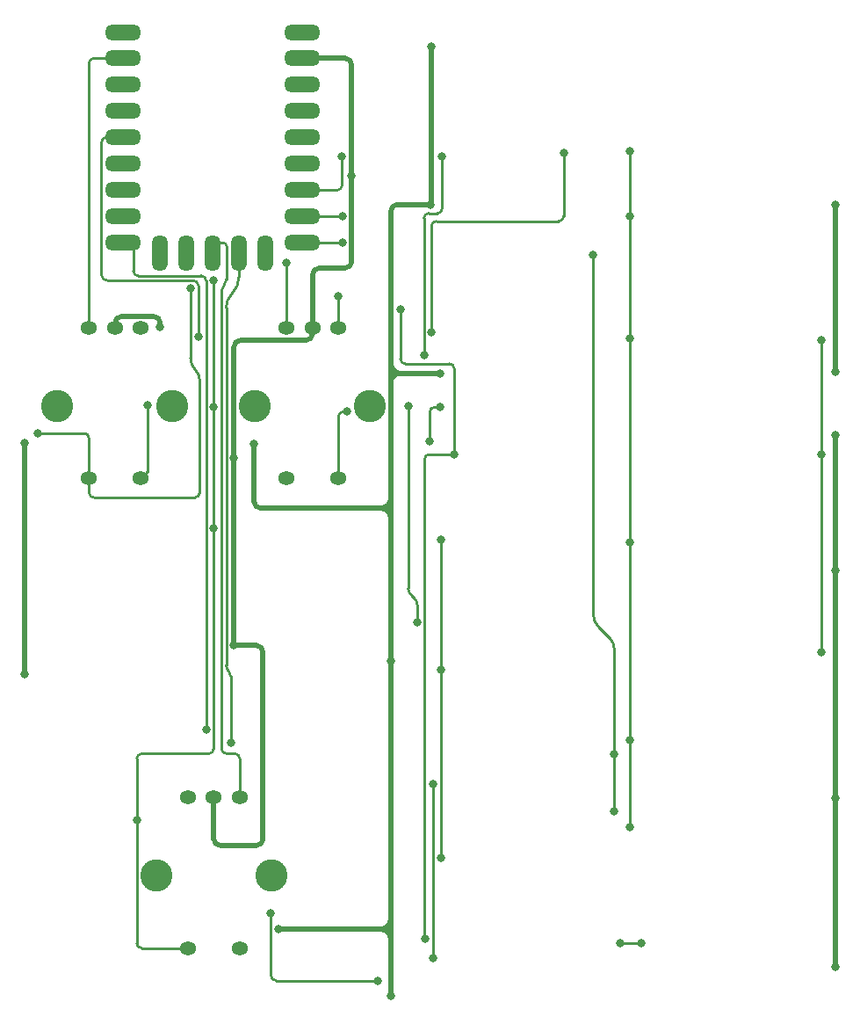
<source format=gbr>
G04 #@! TF.GenerationSoftware,KiCad,Pcbnew,7.0.9*
G04 #@! TF.CreationDate,2024-01-25T19:57:45+09:00*
G04 #@! TF.ProjectId,withTK,77697468-544b-42e6-9b69-6361645f7063,rev?*
G04 #@! TF.SameCoordinates,Original*
G04 #@! TF.FileFunction,Copper,L1,Top*
G04 #@! TF.FilePolarity,Positive*
%FSLAX46Y46*%
G04 Gerber Fmt 4.6, Leading zero omitted, Abs format (unit mm)*
G04 Created by KiCad (PCBNEW 7.0.9) date 2024-01-25 19:57:45*
%MOMM*%
%LPD*%
G01*
G04 APERTURE LIST*
G04 #@! TA.AperFunction,ComponentPad*
%ADD10O,1.600000X1.300000*%
G04 #@! TD*
G04 #@! TA.AperFunction,ComponentPad*
%ADD11C,3.100000*%
G04 #@! TD*
G04 #@! TA.AperFunction,ComponentPad*
%ADD12C,1.250000*%
G04 #@! TD*
G04 #@! TA.AperFunction,SMDPad,CuDef*
%ADD13O,3.500000X1.500000*%
G04 #@! TD*
G04 #@! TA.AperFunction,SMDPad,CuDef*
%ADD14O,1.500000X3.500000*%
G04 #@! TD*
G04 #@! TA.AperFunction,ViaPad*
%ADD15C,0.800000*%
G04 #@! TD*
G04 #@! TA.AperFunction,Conductor*
%ADD16C,0.500000*%
G04 #@! TD*
G04 #@! TA.AperFunction,Conductor*
%ADD17C,0.250000*%
G04 #@! TD*
G04 APERTURE END LIST*
D10*
X31627100Y-47314900D03*
X26627100Y-47314900D03*
X29127100Y-47314900D03*
D11*
X23577100Y-54814900D03*
X34677100Y-54814900D03*
D10*
X31627100Y-61814900D03*
X26627100Y-61814900D03*
X50677100Y-47314900D03*
X45677100Y-47314900D03*
X48177100Y-47314900D03*
D11*
X42627100Y-54814900D03*
X53727100Y-54814900D03*
D10*
X50677100Y-61814900D03*
X45677100Y-61814900D03*
X41152100Y-92558600D03*
X36152100Y-92558600D03*
X38652100Y-92558600D03*
D11*
X33102100Y-100058600D03*
X44202100Y-100058600D03*
D10*
X41152100Y-107058600D03*
X36152100Y-107058600D03*
D12*
X30902066Y-18839159D03*
D13*
X29902066Y-18839159D03*
D12*
X30902066Y-21359159D03*
D13*
X29902066Y-21359159D03*
D12*
X30902066Y-23899159D03*
D13*
X29902066Y-23899159D03*
D12*
X30902066Y-26429159D03*
D13*
X29902066Y-26429159D03*
D12*
X30902066Y-28979159D03*
D13*
X29902066Y-28979159D03*
D12*
X30902066Y-31519159D03*
D13*
X29902066Y-31519159D03*
D12*
X30902066Y-34059159D03*
D13*
X29902066Y-34059159D03*
D12*
X30902066Y-36599159D03*
D13*
X29902066Y-36599159D03*
D12*
X30902066Y-39139159D03*
D13*
X29902066Y-39139159D03*
D12*
X33442066Y-39139159D03*
D14*
X33442066Y-40139159D03*
D12*
X35992066Y-39139159D03*
D14*
X35992066Y-40139159D03*
D12*
X38522400Y-39139159D03*
D14*
X38522400Y-40139159D03*
D12*
X41072400Y-39139159D03*
D14*
X41072400Y-40139159D03*
D12*
X43602066Y-39139159D03*
D14*
X43602066Y-40139159D03*
D12*
X46142066Y-39123500D03*
D13*
X47142066Y-39123500D03*
D12*
X46142066Y-36599159D03*
D13*
X47142066Y-36599159D03*
D12*
X46142066Y-34059159D03*
D13*
X47142066Y-34059159D03*
D12*
X46142066Y-31519159D03*
D13*
X47142066Y-31519159D03*
D12*
X46142066Y-28979159D03*
D13*
X47142066Y-28979159D03*
D12*
X46142066Y-26429159D03*
D13*
X47142066Y-26429159D03*
D12*
X46142066Y-23899159D03*
D13*
X47142066Y-23899159D03*
D12*
X46142066Y-21359159D03*
D13*
X47142066Y-21359159D03*
D12*
X46142066Y-18839159D03*
D13*
X47142066Y-18839159D03*
D15*
X20422400Y-58423500D03*
X20422400Y-80679300D03*
X98545200Y-35435500D03*
X44890700Y-105223500D03*
X59575800Y-35433900D03*
X55714548Y-79373888D03*
X42537966Y-58457450D03*
X60505100Y-51724700D03*
X98545200Y-51579900D03*
X55722400Y-111623500D03*
X59579000Y-20219400D03*
X59641200Y-47708800D03*
X72372361Y-30456658D03*
X37148000Y-48153300D03*
X32252100Y-54766900D03*
X58246500Y-75639658D03*
X57397900Y-54823500D03*
X51528100Y-55395900D03*
X56634644Y-45529400D03*
X58987004Y-106134180D03*
X61818830Y-59508417D03*
X77260646Y-93876907D03*
X75226100Y-40279900D03*
X77259600Y-88357347D03*
X79813409Y-106594292D03*
X37906200Y-85989300D03*
X77788361Y-106594292D03*
X40576600Y-77909600D03*
X40599800Y-59846900D03*
X98545200Y-57674500D03*
X98545200Y-108833600D03*
X98545200Y-92585500D03*
X98545200Y-70723500D03*
X51944600Y-32656520D03*
X33497100Y-47230000D03*
X59471100Y-58221500D03*
X60508100Y-54958000D03*
X59821300Y-91283600D03*
X59821300Y-108035500D03*
X44166200Y-103746100D03*
X54474000Y-110186800D03*
X36387400Y-43492803D03*
X21649300Y-57471500D03*
X38630700Y-66647500D03*
X31235689Y-94749323D03*
X38630700Y-42768303D03*
X38630700Y-54896135D03*
X60570200Y-98329100D03*
X60570200Y-67723500D03*
X60581114Y-80226900D03*
X58914200Y-49953600D03*
X51006300Y-30776700D03*
X60666000Y-30776700D03*
X51095100Y-36594432D03*
X78740000Y-36599853D03*
X78740000Y-30339500D03*
X78722400Y-87023500D03*
X78744162Y-67987363D03*
X78722400Y-95423500D03*
X78740000Y-48323500D03*
X51095100Y-39131319D03*
X97215100Y-59523500D03*
X97222400Y-48523500D03*
X97215100Y-78528100D03*
X45677447Y-41066639D03*
X50677100Y-44232255D03*
X40274200Y-87271400D03*
D16*
X20411024Y-58450964D02*
X20411024Y-80651836D01*
X55722958Y-79373888D02*
X55727112Y-79369734D01*
X43168352Y-64678635D02*
X54707070Y-64678635D01*
X42537966Y-58457450D02*
X42537966Y-64048249D01*
X55727100Y-36062673D02*
X55727100Y-50577114D01*
X55727100Y-63703097D02*
X55727100Y-52536092D01*
X60505100Y-51724700D02*
X56738339Y-51724700D01*
X55727100Y-50577114D02*
X55727100Y-52536092D01*
X55727100Y-65698665D02*
X55727100Y-63703097D01*
X59579000Y-20219400D02*
X59579000Y-35433900D01*
X55714548Y-106201694D02*
X55714548Y-111615648D01*
X59575800Y-35433900D02*
X56355873Y-35433900D01*
X44890700Y-105223500D02*
X44913300Y-105246100D01*
X55727102Y-50713475D02*
X55727100Y-50577114D01*
X98545200Y-51579900D02*
X98545200Y-35435500D01*
X44913300Y-105246100D02*
X54758954Y-105246100D01*
X55714548Y-104223500D02*
X55714548Y-106201694D01*
X55727100Y-79361336D02*
X55727100Y-65698665D01*
X55714548Y-79373888D02*
X55722958Y-79373888D01*
X55714548Y-79373888D02*
X55714548Y-104223500D01*
X59579000Y-35433900D02*
X59575800Y-35433900D01*
X20411010Y-80651836D02*
G75*
G03*
X20422401Y-80679299I38890J36D01*
G01*
X55714600Y-106201694D02*
G75*
G03*
X54758954Y-105246100I-955600J-6D01*
G01*
X54691948Y-105246148D02*
G75*
G03*
X55714548Y-104223500I-48J1022648D01*
G01*
X55727100Y-50713475D02*
G75*
G03*
X56738339Y-51724700I1011200J-25D01*
G01*
X56538492Y-51724700D02*
G75*
G03*
X55727100Y-52536092I8J-811400D01*
G01*
X55727094Y-79361334D02*
G75*
G03*
X55727113Y-79369734I15406J-4166D01*
G01*
X54751562Y-64678600D02*
G75*
G03*
X55727100Y-63703097I38J975500D01*
G01*
X55727165Y-65698665D02*
G75*
G03*
X54707070Y-64678635I-1020065J-35D01*
G01*
X55714500Y-111615648D02*
G75*
G03*
X55722400Y-111623500I7900J48D01*
G01*
X56355873Y-35433900D02*
G75*
G03*
X55727100Y-36062673I27J-628800D01*
G01*
X42537965Y-64048249D02*
G75*
G03*
X43168352Y-64678635I630435J49D01*
G01*
X20422411Y-58423511D02*
G75*
G03*
X20411024Y-58450964I27489J-27489D01*
G01*
D17*
X37148000Y-43227859D02*
X37148000Y-48153300D01*
X72372361Y-30456658D02*
X72372361Y-36583617D01*
X71911378Y-37044600D02*
X60099520Y-37044600D01*
X30902066Y-28979159D02*
X28284235Y-28979159D01*
X28399502Y-42768303D02*
X36688444Y-42768303D01*
X27825200Y-29438194D02*
X27825200Y-42194001D01*
X59641200Y-37502920D02*
X59641200Y-47708800D01*
X27825197Y-42194001D02*
G75*
G03*
X28399502Y-42768303I574303J1D01*
G01*
X37147997Y-43227859D02*
G75*
G03*
X36688444Y-42768303I-459597J-41D01*
G01*
X71911378Y-37044561D02*
G75*
G03*
X72372361Y-36583617I22J460961D01*
G01*
X60099520Y-37044600D02*
G75*
G03*
X59641200Y-37502920I-20J-458300D01*
G01*
X28284235Y-28979200D02*
G75*
G03*
X27825200Y-29438194I-35J-459000D01*
G01*
X32252100Y-54766900D02*
X32252100Y-61189900D01*
X31627100Y-61814900D02*
G75*
G03*
X32252100Y-61189900I0J625000D01*
G01*
X58002088Y-73384938D02*
X57665029Y-73047885D01*
X57397900Y-54823500D02*
X57397900Y-72402987D01*
X58246500Y-73974988D02*
X58246500Y-75639658D01*
X57397905Y-72402987D02*
G75*
G03*
X57665029Y-73047885I911995J-13D01*
G01*
X58246521Y-73974988D02*
G75*
G03*
X58002088Y-73384938I-834421J-12D01*
G01*
X50677100Y-55857085D02*
X50677100Y-61814900D01*
X51528100Y-55395900D02*
X51138285Y-55395900D01*
X51138285Y-55395900D02*
G75*
G03*
X50677100Y-55857085I15J-461200D01*
G01*
X56634644Y-45529400D02*
X56634644Y-50309936D01*
X61818830Y-59508417D02*
X59430507Y-59508392D01*
X58971000Y-59967894D02*
X58971000Y-106118176D01*
X57093208Y-50768500D02*
X61359586Y-50768500D01*
X61818830Y-51227744D02*
X61818830Y-59508417D01*
X58971020Y-106118176D02*
G75*
G03*
X58987004Y-106134180I15980J-24D01*
G01*
X56634600Y-50309936D02*
G75*
G03*
X57093208Y-50768500I458600J36D01*
G01*
X61818800Y-51227744D02*
G75*
G03*
X61359586Y-50768500I-459200J44D01*
G01*
X59430507Y-59508400D02*
G75*
G03*
X58971000Y-59967894I-7J-459500D01*
G01*
X77262727Y-78277055D02*
X77262727Y-88354220D01*
X75704745Y-76079051D02*
X76810164Y-77184470D01*
X75226100Y-40279900D02*
X75226100Y-74923500D01*
X77260646Y-93876907D02*
X77260646Y-88358393D01*
X77260653Y-88358393D02*
G75*
G03*
X77259600Y-88357347I-1053J-7D01*
G01*
X75226102Y-74923500D02*
G75*
G03*
X75704746Y-76079050I1634198J0D01*
G01*
X77259600Y-88357327D02*
G75*
G03*
X77262727Y-88354220I0J3127D01*
G01*
X77262753Y-78277055D02*
G75*
G03*
X76810164Y-77184470I-1544953J55D01*
G01*
X31361165Y-42298100D02*
X37446910Y-42298100D01*
X30902100Y-39139200D02*
X30902100Y-41839035D01*
X37906200Y-42757390D02*
X37906200Y-85989300D01*
X79813409Y-106594292D02*
X77788361Y-106594292D01*
X30902100Y-41839035D02*
G75*
G03*
X31361165Y-42298100I459100J35D01*
G01*
X37906200Y-42757390D02*
G75*
G03*
X37446910Y-42298100I-459300J-10D01*
G01*
D16*
X42764935Y-97180500D02*
X39280462Y-97180500D01*
X40576600Y-77909600D02*
X42764326Y-77909600D01*
X33497100Y-47230000D02*
X33497100Y-46842005D01*
X43394000Y-78539274D02*
X43394000Y-96551435D01*
X98545200Y-92585500D02*
X98545200Y-108833600D01*
X48177100Y-42182851D02*
X48177100Y-47314900D01*
X51944600Y-21988294D02*
X51944600Y-32656520D01*
X40576600Y-77909600D02*
X40599800Y-77886400D01*
X29127100Y-47314900D02*
X29127100Y-46844242D01*
X98545200Y-57674500D02*
X98545200Y-70723500D01*
X41229543Y-48507300D02*
X47543723Y-48507300D01*
X98545200Y-92293600D02*
X98545200Y-70723500D01*
X46142100Y-21359200D02*
X51315506Y-21359200D01*
X51315805Y-41556200D02*
X48803751Y-41556200D01*
X38652100Y-96552138D02*
X38652100Y-92558600D01*
X98545200Y-92426260D02*
X98565260Y-92406200D01*
X48177100Y-47314900D02*
X48177100Y-47873923D01*
X40599800Y-59846900D02*
X40599800Y-49137043D01*
X51944600Y-32656520D02*
X51944600Y-40927405D01*
X29758342Y-46213000D02*
X32868095Y-46213000D01*
X98545200Y-92585500D02*
X98545200Y-92426260D01*
X40599800Y-77886400D02*
X40599800Y-59846900D01*
X98545208Y-92293600D02*
G75*
G03*
X98565260Y-92406200I368292J7500D01*
G01*
X33497100Y-46842005D02*
G75*
G03*
X32868095Y-46213000I-629000J5D01*
G01*
X41229543Y-48507300D02*
G75*
G03*
X40599800Y-49137043I-43J-629700D01*
G01*
X48803751Y-41556200D02*
G75*
G03*
X48177100Y-42182851I49J-626700D01*
G01*
X29758342Y-46213000D02*
G75*
G03*
X29127100Y-46844242I-42J-631200D01*
G01*
X42764935Y-97180500D02*
G75*
G03*
X43394000Y-96551435I-35J629100D01*
G01*
X47543723Y-48507300D02*
G75*
G03*
X48177100Y-47873923I-23J633400D01*
G01*
X51944600Y-21988294D02*
G75*
G03*
X51315506Y-21359200I-629100J-6D01*
G01*
X51315805Y-41556200D02*
G75*
G03*
X51944600Y-40927405I-5J628800D01*
G01*
X38652100Y-96552138D02*
G75*
G03*
X39280462Y-97180500I628400J38D01*
G01*
X43394000Y-78539274D02*
G75*
G03*
X42764326Y-77909600I-629700J-26D01*
G01*
D17*
X59471100Y-58221500D02*
X59471100Y-55417521D01*
X59930621Y-54958000D02*
X60508100Y-54958000D01*
X59930621Y-54958000D02*
G75*
G03*
X59471100Y-55417521I-21J-459500D01*
G01*
X59821300Y-91283600D02*
X59821300Y-108035500D01*
X54474000Y-110186800D02*
X44625686Y-110186800D01*
X44166200Y-109727314D02*
X44166200Y-103746100D01*
X44166200Y-109727314D02*
G75*
G03*
X44625686Y-110186800I459500J14D01*
G01*
X36830890Y-63653807D02*
X27086661Y-63653807D01*
X21649300Y-57471500D02*
X26167836Y-57471500D01*
X37290835Y-52367706D02*
X37290835Y-63193862D01*
X36405500Y-43510903D02*
X36405500Y-50230319D01*
X36387400Y-43492803D02*
X36405500Y-43510903D01*
X26627100Y-61814900D02*
X26627100Y-57930764D01*
X26627100Y-63194246D02*
X26627100Y-61814900D01*
X36830890Y-63653835D02*
G75*
G03*
X37290835Y-63193862I10J459935D01*
G01*
X26627100Y-57930764D02*
G75*
G03*
X26167836Y-57471500I-459300J-36D01*
G01*
X26627093Y-63194246D02*
G75*
G03*
X27086661Y-63653807I459607J46D01*
G01*
X37290814Y-52367706D02*
G75*
G03*
X36865414Y-51340649I-1452514J6D01*
G01*
X36405474Y-50230319D02*
G75*
G03*
X36865414Y-51340649I1570226J19D01*
G01*
X38630700Y-42768303D02*
X38630700Y-54896135D01*
X36152100Y-107058600D02*
X31685023Y-107058600D01*
X31225200Y-106598777D02*
X31225200Y-94759812D01*
X38630700Y-66461900D02*
X38630700Y-54896135D01*
X38630700Y-54896135D02*
X38817900Y-55083335D01*
X38630700Y-66647500D02*
X38630700Y-66595453D01*
X38630700Y-66595453D02*
X38659449Y-66566704D01*
X31235689Y-94749323D02*
X31235689Y-88796443D01*
X38630700Y-87877960D02*
X38630700Y-66647500D01*
X31694632Y-88337500D02*
X38171160Y-88337500D01*
X31225200Y-94759812D02*
X31235689Y-94749323D01*
X31694632Y-88337489D02*
G75*
G03*
X31235689Y-88796443I-32J-458911D01*
G01*
X38630696Y-66461900D02*
G75*
G03*
X38659449Y-66566704I228704J6400D01*
G01*
X31225200Y-106598777D02*
G75*
G03*
X31685023Y-107058600I459800J-23D01*
G01*
X38171160Y-88337500D02*
G75*
G03*
X38630700Y-87877960I40J459500D01*
G01*
X26627100Y-21818459D02*
X26627100Y-47314900D01*
X30902100Y-21359200D02*
X27086359Y-21359200D01*
X27086359Y-21359200D02*
G75*
G03*
X26627100Y-21818459I41J-459300D01*
G01*
X60581114Y-80226900D02*
X60570200Y-80237814D01*
X58914200Y-36745288D02*
X58914200Y-49953600D01*
X60666000Y-30776700D02*
X60666000Y-35825805D01*
X60570200Y-80215986D02*
X60570200Y-67723500D01*
X47723841Y-34059159D02*
X50547795Y-34059124D01*
X60570200Y-80237814D02*
X60570200Y-98329100D01*
X60207195Y-36284596D02*
X59374936Y-36284568D01*
X60581114Y-80226900D02*
X60570200Y-80215986D01*
X47723841Y-34059159D02*
X46142066Y-34059159D01*
X47723800Y-34059200D02*
X46142100Y-34059200D01*
X51006300Y-30776700D02*
X51006300Y-33600613D01*
X59374936Y-36284600D02*
G75*
G03*
X58914200Y-36745288I-36J-460700D01*
G01*
X60207195Y-36284600D02*
G75*
G03*
X60666000Y-35825805I5J458800D01*
G01*
X50547795Y-34059100D02*
G75*
G03*
X51006300Y-33600613I5J458500D01*
G01*
X78744162Y-67987363D02*
X78819000Y-68062201D01*
X50632144Y-36599200D02*
X46142100Y-36599200D01*
X78740000Y-30339500D02*
X78740000Y-36599853D01*
X78722400Y-87023500D02*
X78722400Y-95423500D01*
X78740000Y-36599853D02*
X78740000Y-48323500D01*
X78895200Y-86850700D02*
X78722400Y-87023500D01*
X50846809Y-36594432D02*
X50809313Y-36631928D01*
X78740000Y-67983201D02*
X78740000Y-48323500D01*
X51095100Y-36594432D02*
X50846809Y-36594432D01*
X78744162Y-67987363D02*
X78740000Y-67983201D01*
X78744162Y-67987363D02*
X78744162Y-87001738D01*
X50809316Y-36631920D02*
G75*
G03*
X50632144Y-36599201I-184716J-504180D01*
G01*
X78722400Y-87023462D02*
G75*
G03*
X78744162Y-87001738I0J21762D01*
G01*
X97215100Y-78528100D02*
X97215100Y-59523500D01*
X46142066Y-39123500D02*
X51087281Y-39123500D01*
X97215100Y-59523500D02*
X97215100Y-48530800D01*
X97215100Y-48530800D02*
X97222400Y-48523500D01*
X51095100Y-39131319D02*
G75*
G03*
X51087281Y-39123500I-7800J19D01*
G01*
X45677100Y-47314900D02*
X45677100Y-41066986D01*
X45677439Y-41066703D02*
G75*
G03*
X45677100Y-41066986I-39J-297D01*
G01*
X50677100Y-44232255D02*
X50677100Y-47314900D01*
X39861490Y-88333696D02*
X40692978Y-88333687D01*
X38522400Y-39139159D02*
X39576381Y-39139159D01*
X39083350Y-39139200D02*
X38522400Y-39139200D01*
X39402100Y-87296135D02*
X39402100Y-87874310D01*
X41152100Y-88792805D02*
X41152100Y-92558600D01*
X39867827Y-39430605D02*
X39867827Y-42669291D01*
X39402100Y-43793655D02*
X39402100Y-87296135D01*
X39402104Y-87874310D02*
G75*
G03*
X39861490Y-88333696I459396J10D01*
G01*
X39633768Y-43234431D02*
G75*
G03*
X39402100Y-43793655I559232J-559269D01*
G01*
X39633757Y-43234420D02*
G75*
G03*
X39867827Y-42669291I-565157J565120D01*
G01*
X39867841Y-39430605D02*
G75*
G03*
X39576381Y-39139159I-291441J5D01*
G01*
X41152113Y-88792805D02*
G75*
G03*
X40692978Y-88333687I-459113J5D01*
G01*
X39852100Y-45348549D02*
X39852100Y-79807274D01*
X40274200Y-80826313D02*
X40274200Y-87271400D01*
X41072400Y-39139159D02*
X41072400Y-42402485D01*
X40394522Y-44039075D02*
G75*
G03*
X41072400Y-42402485I-1636622J1636575D01*
G01*
X40274200Y-80826313D02*
G75*
G03*
X40099509Y-80404572I-596400J13D01*
G01*
X40394491Y-44039044D02*
G75*
G03*
X39852100Y-45348549I1309709J-1309556D01*
G01*
X39852117Y-79807274D02*
G75*
G03*
X40099509Y-80404572I844683J-26D01*
G01*
M02*

</source>
